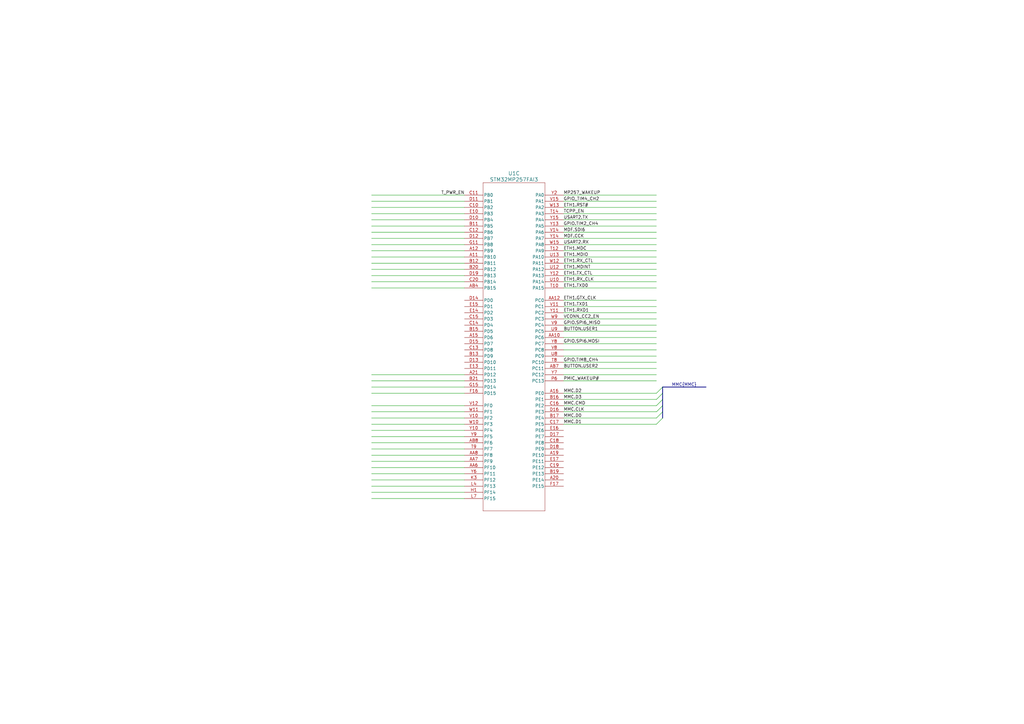
<source format=kicad_sch>
(kicad_sch (version 20250114) (generator "eeschema") (generator_version "9.0")
  (paper "A3")
  (lib_symbols
    (symbol "STM32MP257FAI3:STM32MP257FAI3" (pin_names (offset 0.254))
      (property "Reference" "U" (at 40.64 12.7 0))
      (property "Value" "STM32MP257FAI3" (at 40.64 10.16 0))
      (symbol "STM32MP257FAI3_1_1"
        (polyline (pts (xy 7.62 7.62) (xy 7.62 -119.38)) (stroke (width 0.127)))
        (polyline (pts (xy 7.62 -119.38) (xy 73.66 -119.38)) (stroke (width 0.127)))
        (polyline (pts (xy 73.66 7.62) (xy 7.62 7.62)) (stroke (width 0.127)))
        (polyline (pts (xy 73.66 -119.38) (xy 73.66 7.62)) (stroke (width 0.127)))
        (pin input line (at 0 0 0) (length 7.62) (name "BOOT0") (number "R4"))
        (pin input line (at 0 -2.54 0) (length 7.62) (name "BOOT1") (number "R3"))
        (pin input line (at 0 -5.08 0) (length 7.62) (name "BOOT2") (number "T2"))
        (pin input line (at 0 -7.62 0) (length 7.62) (name "BOOT3") (number "T1"))
        (pin input line (at 0 -12.7 0) (length 7.62) (name "JTCK_SWCLK") (number "AA1"))
        (pin input line (at 0 -15.24 0) (length 7.62) (name "JTDI") (number "AB2"))
        (pin input line (at 0 -17.78 0) (length 7.62) (name "NJTRST") (number "AA2"))
        (pin input line (at 0 -22.86 0) (length 7.62) (name "OSC_IN") (number "V3"))
        (pin input line (at 0 -27.94 0) (length 7.62) (name "OSC32_IN") (number "R1"))
        (pin input line (at 0 -33.02 0) (length 7.62) (name "PCIE_CLKINN") (number "AA18"))
        (pin input line (at 0 -35.56 0) (length 7.62) (name "PCIE_CLKINP") (number "Y18"))
        (pin input line (at 0 -40.64 0) (length 7.62) (name "PDR_ON") (number "T7"))
        (pin unspecified line (at 0 -45.72 0) (length 7.62) (name "ANA0") (number "V5"))
        (pin unspecified line (at 0 -50.8 0) (length 7.62) (name "COMBOPHY_REXT") (number "Y20"))
        (pin unspecified line (at 0 -53.34 0) (length 7.62) (name "COMBOPHY_RX1N") (number "AB20"))
        (pin unspecified line (at 0 -55.88 0) (length 7.62) (name "COMBOPHY_RX1P") (number "AA20"))
        (pin unspecified line (at 0 -58.42 0) (length 7.62) (name "COMBOPHY_TX1N") (number "AB19"))
        (pin unspecified line (at 0 -60.96 0) (length 7.62) (name "COMBOPHY_TX1P") (number "AA19"))
        (pin unspecified line (at 0 -66.04 0) (length 7.62) (name "CSI_CKN") (number "D6"))
        (pin unspecified line (at 0 -68.58 0) (length 7.62) (name "CSI_CKP") (number "C6"))
        (pin unspecified line (at 0 -71.12 0) (length 7.62) (name "CSI_REXT") (number "E6"))
        (pin unspecified line (at 0 -76.2 0) (length 7.62) (name "CSI_D0N") (number "B5"))
        (pin unspecified line (at 0 -78.74 0) (length 7.62) (name "CSI_D0P") (number "C5"))
        (pin unspecified line (at 0 -81.28 0) (length 7.62) (name "CSI_D1N") (number "E7"))
        (pin unspecified line (at 0 -83.82 0) (length 7.62) (name "CSI_D1P") (number "D7"))
        (pin output line (at 81.28 2.54 180) (length 7.62) (name "DDR_A0") (number "M16"))
        (pin output line (at 81.28 0 180) (length 7.62) (name "DDR_A1") (number "U18"))
        (pin output line (at 81.28 -2.54 180) (length 7.62) (name "DDR_A2") (number "N16"))
        (pin output line (at 81.28 -5.08 180) (length 7.62) (name "DDR_A3") (number "M17"))
        (pin output line (at 81.28 -7.62 180) (length 7.62) (name "DDR_A4") (number "N19"))
        (pin output line (at 81.28 -10.16 180) (length 7.62) (name "DDR_A5") (number "M19"))
        (pin output line (at 81.28 -12.7 180) (length 7.62) (name "DDR_A6") (number "T18"))
        (pin output line (at 81.28 -15.24 180) (length 7.62) (name "DDR_A7") (number "U19"))
        (pin output line (at 81.28 -17.78 180) (length 7.62) (name "DDR_A8") (number "P19"))
        (pin output line (at 81.28 -20.32 180) (length 7.62) (name "DDR_A9") (number "P18"))
        (pin output line (at 81.28 -22.86 180) (length 7.62) (name "DDR_A10") (number "N18"))
        (pin output line (at 81.28 -25.4 180) (length 7.62) (name "DDR_A11") (number "N17"))
        (pin output line (at 81.28 -27.94 180) (length 7.62) (name "DDR_A12") (number "K19"))
        (pin output line (at 81.28 -30.48 180) (length 7.62) (name "DDR_A13") (number "K18"))
        (pin output line (at 81.28 -33.02 180) (length 7.62) (name "DDR_A14") (number "L18"))
        (pin output line (at 81.28 -35.56 180) (length 7.62) (name "DDR_A15") (number "L17"))
        (pin output line (at 81.28 -38.1 180) (length 7.62) (name "DDR_A16") (number "J18"))
        (pin output line (at 81.28 -40.64 180) (length 7.62) (name "DDR_A17") (number "H18"))
        (pin output line (at 81.28 -43.18 180) (length 7.62) (name "DDR_A18") (number "H19"))
        (pin output line (at 81.28 -45.72 180) (length 7.62) (name "DDR_A19") (number "K17"))
        (pin output line (at 81.28 -48.26 180) (length 7.62) (name "DDR_A20") (number "G18"))
        (pin output line (at 81.28 -50.8 180) (length 7.62) (name "DDR_A21") (number "J19"))
        (pin output line (at 81.28 -53.34 180) (length 7.62) (name "DDR_A22") (number "H17"))
        (pin output line (at 81.28 -55.88 180) (length 7.62) (name "DDR_A23") (number "J17"))
        (pin output line (at 81.28 -58.42 180) (length 7.62) (name "DDR_A25") (number "R17"))
        (pin output line (at 81.28 -60.96 180) (length 7.62) (name "DDR_A26") (number "R19"))
        (pin output line (at 81.28 -63.5 180) (length 7.62) (name "DDR_A27") (number "R18"))
        (pin output line (at 81.28 -66.04 180) (length 7.62) (name "DDR_A28") (number "M18"))
        (pin output line (at 81.28 -68.58 180) (length 7.62) (name "DDR_A29") (number "T19"))
        (pin output line (at 81.28 -71.12 180) (length 7.62) (name "DDR_A30") (number "P17"))
        (pin output line (at 81.28 -73.66 180) (length 7.62) (name "DDR_A31") (number "P16"))
        (pin output line (at 81.28 -76.2 180) (length 7.62) (name "DDR_DQM0") (number "W21"))
        (pin output line (at 81.28 -78.74 180) (length 7.62) (name "DDR_DQM1") (number "P20"))
        (pin output line (at 81.28 -81.28 180) (length 7.62) (name "DDR_DQM2") (number "E21"))
        (pin output line (at 81.28 -83.82 180) (length 7.62) (name "DDR_DQM3") (number "H20"))
        (pin output line (at 81.28 -86.36 180) (length 7.62) (name "DDR_RESETN") (number "F18"))
        (pin output line (at 81.28 -91.44 180) (length 7.62) (name "JTDO-TRACESWO") (number "W1"))
        (pin output line (at 81.28 -96.52 180) (length 7.62) (name "NRSTC1MS") (number "T3"))
        (pin output line (at 81.28 -101.6 180) (length 7.62) (name "OSC_OUT") (number "V2"))
        (pin output line (at 81.28 -106.68 180) (length 7.62) (name "OSC32_OUT") (number "R2"))
        (pin output line (at 81.28 -111.76 180) (length 7.62) (name "PCIE_CLKOUTN") (number "AB21"))
        (pin output line (at 81.28 -114.3 180) (length 7.62) (name "PCIE_CLKOUTP") (number "AA21"))
      )
      (symbol "STM32MP257FAI3_2_1"
        (polyline (pts (xy 7.62 7.62) (xy 7.62 -111.76)) (stroke (width 0.127)))
        (polyline (pts (xy 7.62 -111.76) (xy 58.42 -111.76)) (stroke (width 0.127)))
        (polyline (pts (xy 58.42 7.62) (xy 7.62 7.62)) (stroke (width 0.127)))
        (polyline (pts (xy 58.42 -111.76) (xy 58.42 7.62)) (stroke (width 0.127)))
        (pin bidirectional line (at 0 0 0) (length 7.62) (name "DDR_DQ0") (number "W22"))
        (pin bidirectional line (at 0 -2.54 0) (length 7.62) (name "DDR_DQ1") (number "Y21"))
        (pin bidirectional line (at 0 -5.08 0) (length 7.62) (name "DDR_DQ2") (number "Y22"))
        (pin bidirectional line (at 0 -7.62 0) (length 7.62) (name "DDR_DQ3") (number "AA22"))
        (pin bidirectional line (at 0 -10.16 0) (length 7.62) (name "DDR_DQ4") (number "T21"))
        (pin bidirectional line (at 0 -12.7 0) (length 7.62) (name "DDR_DQ5") (number "T20"))
        (pin bidirectional line (at 0 -15.24 0) (length 7.62) (name "DDR_DQ6") (number "U21"))
        (pin bidirectional line (at 0 -17.78 0) (length 7.62) (name "DDR_DQ7") (number "U20"))
        (pin bidirectional line (at 0 -20.32 0) (length 7.62) (name "DDR_DQ8") (number "M21"))
        (pin bidirectional line (at 0 -22.86 0) (length 7.62) (name "DDR_DQ9") (number "M22"))
        (pin bidirectional line (at 0 -25.4 0) (length 7.62) (name "DDR_DQ10") (number "L21"))
        (pin bidirectional line (at 0 -27.94 0) (length 7.62) (name "DDR_DQ11") (number "L22"))
        (pin bidirectional line (at 0 -30.48 0) (length 7.62) (name "DDR_DQ12") (number "T22"))
        (pin bidirectional line (at 0 -33.02 0) (length 7.62) (name "DDR_DQ13") (number "R20"))
        (pin bidirectional line (at 0 -35.56 0) (length 7.62) (name "DDR_DQ14") (number "R21"))
        (pin bidirectional line (at 0 -38.1 0) (length 7.62) (name "DDR_DQ15") (number "R22"))
        (pin bidirectional line (at 0 -40.64 0) (length 7.62) (name "DDR_DQ16") (number "D20"))
        (pin bidirectional line (at 0 -43.18 0) (length 7.62) (name "DDR_DQ17") (number "C22"))
        (pin bidirectional line (at 0 -45.72 0) (length 7.62) (name "DDR_DQ18") (number "C21"))
        (pin bidirectional line (at 0 -48.26 0) (length 7.62) (name "DDR_DQ19") (number "B22"))
        (pin bidirectional line (at 0 -50.8 0) (length 7.62) (name "DDR_DQ20") (number "F20"))
        (pin bidirectional line (at 0 -53.34 0) (length 7.62) (name "DDR_DQ21") (number "F19"))
        (pin bidirectional line (at 0 -55.88 0) (length 7.62) (name "DDR_DQ22") (number "E19"))
        (pin bidirectional line (at 0 -58.42 0) (length 7.62) (name "DDR_DQ23") (number "E20"))
        (pin bidirectional line (at 0 -60.96 0) (length 7.62) (name "DDR_DQ24") (number "G19"))
        (pin bidirectional line (at 0 -63.5 0) (length 7.62) (name "DDR_DQ25") (number "G22"))
        (pin bidirectional line (at 0 -66.04 0) (length 7.62) (name "DDR_DQ26") (number "G21"))
        (pin bidirectional line (at 0 -68.58 0) (length 7.62) (name "DDR_DQ27") (number "G20"))
        (pin bidirectional line (at 0 -71.12 0) (length 7.62) (name "DDR_DQ28") (number "J21"))
        (pin bidirectional line (at 0 -73.66 0) (length 7.62) (name "DDR_DQ29") (number "J20"))
        (pin bidirectional line (at 0 -76.2 0) (length 7.62) (name "DDR_DQ30") (number "K20"))
        (pin bidirectional line (at 0 -78.74 0) (length 7.62) (name "DDR_DQ31") (number "L19"))
        (pin bidirectional line (at 0 -81.28 0) (length 7.62) (name "DDR_DQS0N") (number "W20"))
        (pin bidirectional line (at 0 -83.82 0) (length 7.62) (name "DDR_DQS0P") (number "V20"))
        (pin bidirectional line (at 0 -86.36 0) (length 7.62) (name "DDR_DQS1N") (number "N21"))
        (pin bidirectional line (at 0 -88.9 0) (length 7.62) (name "DDR_DQS1P") (number "N20"))
        (pin bidirectional line (at 0 -91.44 0) (length 7.62) (name "DDR_DQS2N") (number "D22"))
        (pin bidirectional line (at 0 -93.98 0) (length 7.62) (name "DDR_DQS2P") (number "D21"))
        (pin bidirectional line (at 0 -96.52 0) (length 7.62) (name "DDR_DQS3N") (number "H21"))
        (pin bidirectional line (at 0 -99.06 0) (length 7.62) (name "DDR_DQS3P") (number "H22"))
        (pin unspecified line (at 0 -101.6 0) (length 7.62) (name "DDR_ZQ") (number "K16"))
        (pin unspecified line (at 0 -104.14 0) (length 7.62) (name "DNU") (number "U16"))
        (pin bidirectional line (at 0 -106.68 0) (length 7.62) (name "JTMS_SWDIO") (number "Y1"))
        (pin output line (at 66.04 0 180) (length 7.62) (name "PWR_CPU_ON") (number "T6"))
        (pin output line (at 66.04 -2.54 180) (length 7.62) (name "PWR_LP") (number "U4"))
        (pin output line (at 66.04 -5.08 180) (length 7.62) (name "PWR_ON") (number "T5"))
        (pin unspecified line (at 66.04 -10.16 180) (length 7.62) (name "DSI_CKN") (number "B8"))
        (pin unspecified line (at 66.04 -12.7 180) (length 7.62) (name "DSI_CKP") (number "A8"))
        (pin unspecified line (at 66.04 -15.24 180) (length 7.62) (name "DSI_REXT") (number "E8"))
        (pin unspecified line (at 66.04 -20.32 180) (length 7.62) (name "DSI_D0N") (number "B9"))
        (pin unspecified line (at 66.04 -22.86 180) (length 7.62) (name "DSI_D0P") (number "C9"))
        (pin unspecified line (at 66.04 -25.4 180) (length 7.62) (name "DSI_D1N") (number "E9"))
        (pin unspecified line (at 66.04 -27.94 180) (length 7.62) (name "DSI_D1P") (number "D9"))
        (pin unspecified line (at 66.04 -30.48 180) (length 7.62) (name "DSI_D2N") (number "D8"))
        (pin unspecified line (at 66.04 -33.02 180) (length 7.62) (name "DSI_D2P") (number "C8"))
        (pin unspecified line (at 66.04 -35.56 180) (length 7.62) (name "DSI_D3N") (number "B7"))
        (pin unspecified line (at 66.04 -38.1 180) (length 7.62) (name "DSI_D3P") (number "A7"))
        (pin unspecified line (at 66.04 -43.18 180) (length 7.62) (name "EPAD") (number "R12"))
        (pin unspecified line (at 66.04 -45.72 180) (length 7.62) (name "EPAD") (number "V6"))
        (pin unspecified line (at 66.04 -48.26 180) (length 7.62) (name "EPAD") (number "V16"))
        (pin unspecified line (at 66.04 -53.34 180) (length 7.62) (name "LVDS1_D0N") (number "D3"))
        (pin unspecified line (at 66.04 -55.88 180) (length 7.62) (name "LVDS1_D0P") (number "D4"))
        (pin unspecified line (at 66.04 -58.42 180) (length 7.62) (name "LVDS1_D1N") (number "D1"))
        (pin unspecified line (at 66.04 -60.96 180) (length 7.62) (name "LVDS1_D1P") (number "D2"))
        (pin unspecified line (at 66.04 -63.5 180) (length 7.62) (name "LVDS1_D2N") (number "E4"))
        (pin unspecified line (at 66.04 -66.04 180) (length 7.62) (name "LVDS1_D2P") (number "E3"))
        (pin unspecified line (at 66.04 -68.58 180) (length 7.62) (name "LVDS1_D3N") (number "F3"))
        (pin unspecified line (at 66.04 -71.12 180) (length 7.62) (name "LVDS1_D3P") (number "F2"))
        (pin unspecified line (at 66.04 -73.66 180) (length 7.62) (name "LVDS1_D4N") (number "F5"))
        (pin unspecified line (at 66.04 -76.2 180) (length 7.62) (name "LVDS1_D4P") (number "F4"))
        (pin unspecified line (at 66.04 -78.74 180) (length 7.62) (name "LVDS2_D0N") (number "B4"))
        (pin unspecified line (at 66.04 -81.28 180) (length 7.62) (name "LVDS2_D0P") (number "A4"))
        (pin unspecified line (at 66.04 -83.82 180) (length 7.62) (name "LVDS2_D1N") (number "A3"))
        (pin unspecified line (at 66.04 -86.36 180) (length 7.62) (name "LVDS2_D1P") (number "A2"))
        (pin unspecified line (at 66.04 -88.9 180) (length 7.62) (name "LVDS2_D2N") (number "B3"))
        (pin unspecified line (at 66.04 -91.44 180) (length 7.62) (name "LVDS2_D2P") (number "C3"))
        (pin unspecified line (at 66.04 -93.98 180) (length 7.62) (name "LVDS2_D3N") (number "C2"))
        (pin unspecified line (at 66.04 -96.52 180) (length 7.62) (name "LVDS2_D3P") (number "C1"))
        (pin unspecified line (at 66.04 -99.06 180) (length 7.62) (name "LVDS2_D4N") (number "B2"))
        (pin unspecified line (at 66.04 -101.6 180) (length 7.62) (name "LVDS2_D4P") (number "B1"))
        (pin bidirectional line (at 66.04 -106.68 180) (length 7.62) (name "NRST") (number "U3"))
      )
      (symbol "STM32MP257FAI3_3_1"
        (polyline (pts (xy 7.62 5.08) (xy 7.62 -129.54)) (stroke (width 0.127)))
        (polyline (pts (xy 7.62 -129.54) (xy 33.02 -129.54)) (stroke (width 0.127)))
        (polyline (pts (xy 33.02 5.08) (xy 7.62 5.08)) (stroke (width 0.127)))
        (polyline (pts (xy 33.02 -129.54) (xy 33.02 5.08)) (stroke (width 0.127)))
        (pin bidirectional line (at 0 0 0) (length 7.62) (name "PB0") (number "C11"))
        (pin bidirectional line (at 0 -2.54 0) (length 7.62) (name "PB1") (number "D11"))
        (pin bidirectional line (at 0 -5.08 0) (length 7.62) (name "PB2") (number "C10"))
        (pin bidirectional line (at 0 -7.62 0) (length 7.62) (name "PB3") (number "E10"))
        (pin bidirectional line (at 0 -10.16 0) (length 7.62) (name "PB4") (number "D10"))
        (pin bidirectional line (at 0 -12.7 0) (length 7.62) (name "PB5") (number "B11"))
        (pin bidirectional line (at 0 -15.24 0) (length 7.62) (name "PB6") (number "C12"))
        (pin bidirectional line (at 0 -17.78 0) (length 7.62) (name "PB7") (number "D12"))
        (pin bidirectional line (at 0 -20.32 0) (length 7.62) (name "PB8") (number "G11"))
        (pin bidirectional line (at 0 -22.86 0) (length 7.62) (name "PB9") (number "A12"))
        (pin bidirectional line (at 0 -25.4 0) (length 7.62) (name "PB10") (number "A11"))
        (pin bidirectional line (at 0 -27.94 0) (length 7.62) (name "PB11") (number "B12"))
        (pin bidirectional line (at 0 -30.48 0) (length 7.62) (name "PB12") (number "B20"))
        (pin bidirectional line (at 0 -33.02 0) (length 7.62) (name "PB13") (number "D19"))
        (pin bidirectional line (at 0 -35.56 0) (length 7.62) (name "PB14") (number "C20"))
        (pin bidirectional line (at 0 -38.1 0) (length 7.62) (name "PB15") (number "AB4"))
        (pin bidirectional line (at 0 -43.18 0) (length 7.62) (name "PD0") (number "D14"))
        (pin bidirectional line (at 0 -45.72 0) (length 7.62) (name "PD1") (number "E15"))
        (pin bidirectional line (at 0 -48.26 0) (length 7.62) (name "PD2") (number "E14"))
        (pin bidirectional line (at 0 -50.8 0) (length 7.62) (name "PD3") (number "C15"))
        (pin bidirectional line (at 0 -53.34 0) (length 7.62) (name "PD4") (number "C14"))
        (pin bidirectional line (at 0 -55.88 0) (length 7.62) (name "PD5") (number "B15"))
        (pin bidirectional line (at 0 -58.42 0) (length 7.62) (name "PD6") (number "A15"))
        (pin bidirectional line (at 0 -60.96 0) (length 7.62) (name "PD7") (number "D15"))
        (pin bidirectional line (at 0 -63.5 0) (length 7.62) (name "PD8") (number "C13"))
        (pin bidirectional line (at 0 -66.04 0) (length 7.62) (name "PD9") (number "B13"))
        (pin bidirectional line (at 0 -68.58 0) (length 7.62) (name "PD10") (number "D13"))
        (pin bidirectional line (at 0 -71.12 0) (length 7.62) (name "PD11") (number "E13"))
        (pin bidirectional line (at 0 -73.66 0) (length 7.62) (name "PD12") (number "A21"))
        (pin bidirectional line (at 0 -76.2 0) (length 7.62) (name "PD13") (number "B21"))
        (pin bidirectional line (at 0 -78.74 0) (length 7.62) (name "PD14") (number "G15"))
        (pin bidirectional line (at 0 -81.28 0) (length 7.62) (name "PD15") (number "F16"))
        (pin bidirectional line (at 0 -86.36 0) (length 7.62) (name "PF0") (number "V12"))
        (pin bidirectional line (at 0 -88.9 0) (length 7.62) (name "PF1") (number "W11"))
        (pin bidirectional line (at 0 -91.44 0) (length 7.62) (name "PF2") (number "V10"))
        (pin bidirectional line (at 0 -93.98 0) (length 7.62) (name "PF3") (number "W10"))
        (pin bidirectional line (at 0 -96.52 0) (length 7.62) (name "PF4") (number "Y10"))
        (pin bidirectional line (at 0 -99.06 0) (length 7.62) (name "PF5") (number "Y9"))
        (pin bidirectional line (at 0 -101.6 0) (length 7.62) (name "PF6") (number "AB8"))
        (pin bidirectional line (at 0 -104.14 0) (length 7.62) (name "PF7") (number "T9"))
        (pin bidirectional line (at 0 -106.68 0) (length 7.62) (name "PF8") (number "AA8"))
        (pin bidirectional line (at 0 -109.22 0) (length 7.62) (name "PF9") (number "AA7"))
        (pin bidirectional line (at 0 -111.76 0) (length 7.62) (name "PF10") (number "AA6"))
        (pin bidirectional line (at 0 -114.3 0) (length 7.62) (name "PF11") (number "Y6"))
        (pin bidirectional line (at 0 -116.84 0) (length 7.62) (name "PF12") (number "K3"))
        (pin bidirectional line (at 0 -119.38 0) (length 7.62) (name "PF13") (number "L4"))
        (pin bidirectional line (at 0 -121.92 0) (length 7.62) (name "PF14") (number "H1"))
        (pin bidirectional line (at 0 -124.46 0) (length 7.62) (name "PF15") (number "L7"))
        (pin bidirectional line (at 40.64 0 180) (length 7.62) (name "PA0") (number "Y2"))
        (pin bidirectional line (at 40.64 -2.54 180) (length 7.62) (name "PA1") (number "V15"))
        (pin bidirectional line (at 40.64 -5.08 180) (length 7.62) (name "PA2") (number "W13"))
        (pin bidirectional line (at 40.64 -7.62 180) (length 7.62) (name "PA3") (number "T14"))
        (pin bidirectional line (at 40.64 -10.16 180) (length 7.62) (name "PA4") (number "Y15"))
        (pin bidirectional line (at 40.64 -12.7 180) (length 7.62) (name "PA5") (number "Y13"))
        (pin bidirectional line (at 40.64 -15.24 180) (length 7.62) (name "PA6") (number "V14"))
        (pin bidirectional line (at 40.64 -17.78 180) (length 7.62) (name "PA7") (number "Y14"))
        (pin bidirectional line (at 40.64 -20.32 180) (length 7.62) (name "PA8") (number "W15"))
        (pin bidirectional line (at 40.64 -22.86 180) (length 7.62) (name "PA9") (number "T12"))
        (pin bidirectional line (at 40.64 -25.4 180) (length 7.62) (name "PA10") (number "U13"))
        (pin bidirectional line (at 40.64 -27.94 180) (length 7.62) (name "PA11") (number "W12"))
        (pin bidirectional line (at 40.64 -30.48 180) (length 7.62) (name "PA12") (number "U12"))
        (pin bidirectional line (at 40.64 -33.02 180) (length 7.62) (name "PA13") (number "Y12"))
        (pin bidirectional line (at 40.64 -35.56 180) (length 7.62) (name "PA14") (number "U10"))
        (pin bidirectional line (at 40.64 -38.1 180) (length 7.62) (name "PA15") (number "T10"))
        (pin bidirectional line (at 40.64 -43.18 180) (length 7.62) (name "PC0") (number "AA12"))
        (pin bidirectional line (at 40.64 -45.72 180) (length 7.62) (name "PC1") (number "V11"))
        (pin bidirectional line (at 40.64 -48.26 180) (length 7.62) (name "PC2") (number "Y11"))
        (pin bidirectional line (at 40.64 -50.8 180) (length 7.62) (name "PC3") (number "W9"))
        (pin bidirectional line (at 40.64 -53.34 180) (length 7.62) (name "PC4") (number "V9"))
        (pin bidirectional line (at 40.64 -55.88 180) (length 7.62) (name "PC5") (number "U9"))
        (pin bidirectional line (at 40.64 -58.42 180) (length 7.62) (name "PC6") (number "AA10"))
        (pin bidirectional line (at 40.64 -60.96 180) (length 7.62) (name "PC7") (number "Y8"))
        (pin bidirectional line (at 40.64 -63.5 180) (length 7.62) (name "PC8") (number "V8"))
        (pin bidirectional line (at 40.64 -66.04 180) (length 7.62) (name "PC9") (number "U8"))
        (pin bidirectional line (at 40.64 -68.58 180) (length 7.62) (name "PC10") (number "T8"))
        (pin bidirectional line (at 40.64 -71.12 180) (length 7.62) (name "PC11") (number "AB7"))
        (pin bidirectional line (at 40.64 -73.66 180) (length 7.62) (name "PC12") (number "Y7"))
        (pin bidirectional line (at 40.64 -76.2 180) (length 7.62) (name "PC13") (number "P6"))
        (pin bidirectional line (at 40.64 -81.28 180) (length 7.62) (name "PE0") (number "A16"))
        (pin bidirectional line (at 40.64 -83.82 180) (length 7.62) (name "PE1") (number "B16"))
        (pin bidirectional line (at 40.64 -86.36 180) (length 7.62) (name "PE2") (number "C16"))
        (pin bidirectional line (at 40.64 -88.9 180) (length 7.62) (name "PE3") (number "D16"))
        (pin bidirectional line (at 40.64 -91.44 180) (length 7.62) (name "PE4") (number "B17"))
        (pin bidirectional line (at 40.64 -93.98 180) (length 7.62) (name "PE5") (number "C17"))
        (pin bidirectional line (at 40.64 -96.52 180) (length 7.62) (name "PE6") (number "E16"))
        (pin bidirectional line (at 40.64 -99.06 180) (length 7.62) (name "PE7") (number "D17"))
        (pin bidirectional line (at 40.64 -101.6 180) (length 7.62) (name "PE8") (number "C18"))
        (pin bidirectional line (at 40.64 -104.14 180) (length 7.62) (name "PE9") (number "D18"))
        (pin bidirectional line (at 40.64 -106.68 180) (length 7.62) (name "PE10") (number "A19"))
        (pin bidirectional line (at 40.64 -109.22 180) (length 7.62) (name "PE11") (number "E17"))
        (pin bidirectional line (at 40.64 -111.76 180) (length 7.62) (name "PE12") (number "C19"))
        (pin bidirectional line (at 40.64 -114.3 180) (length 7.62) (name "PE13") (number "B19"))
        (pin bidirectional line (at 40.64 -116.84 180) (length 7.62) (name "PE14") (number "A20"))
        (pin bidirectional line (at 40.64 -119.38 180) (length 7.62) (name "PE15") (number "F17"))
      )
      (symbol "STM32MP257FAI3_4_1"
        (polyline (pts (xy 7.62 5.08) (xy 7.62 -124.46)) (stroke (width 0.127)))
        (polyline (pts (xy 7.62 -124.46) (xy 78.74 -124.46)) (stroke (width 0.127)))
        (polyline (pts (xy 78.74 5.08) (xy 7.62 5.08)) (stroke (width 0.127)))
        (polyline (pts (xy 78.74 -124.46) (xy 78.74 5.08)) (stroke (width 0.127)))
        (pin bidirectional line (at 0 0 0) (length 7.62) (name "PH2") (number "V13"))
        (pin bidirectional line (at 0 -2.54 0) (length 7.62) (name "PH3") (number "W14"))
        (pin bidirectional line (at 0 -5.08 0) (length 7.62) (name "PH4") (number "AB15"))
        (pin bidirectional line (at 0 -7.62 0) (length 7.62) (name "PH5") (number "AA15"))
        (pin bidirectional line (at 0 -10.16 0) (length 7.62) (name "PH6") (number "AA14"))
        (pin bidirectional line (at 0 -12.7 0) (length 7.62) (name "PH7") (number "T13"))
        (pin bidirectional line (at 0 -15.24 0) (length 7.62) (name "PH8") (number "U14"))
        (pin bidirectional line (at 0 -17.78 0) (length 7.62) (name "PH9") (number "AB12"))
        (pin bidirectional line (at 0 -20.32 0) (length 7.62) (name "PH10") (number "U11"))
        (pin bidirectional line (at 0 -22.86 0) (length 7.62) (name "PH11") (number "T11"))
        (pin bidirectional line (at 0 -25.4 0) (length 7.62) (name "PH12") (number "AA11"))
        (pin bidirectional line (at 0 -27.94 0) (length 7.62) (name "PH13") (number "AB11"))
        (pin bidirectional line (at 0 -33.02 0) (length 7.62) (name "PI0") (number "G5"))
        (pin bidirectional line (at 0 -35.56 0) (length 7.62) (name "PI1") (number "H6"))
        (pin bidirectional line (at 0 -38.1 0) (length 7.62) (name "PI2") (number "J5"))
        (pin bidirectional line (at 0 -40.64 0) (length 7.62) (name "PI3") (number "J6"))
        (pin bidirectional line (at 0 -43.18 0) (length 7.62) (name "PI4") (number "K6"))
        (pin bidirectional line (at 0 -45.72 0) (length 7.62) (name "PI5") (number "H5"))
        (pin bidirectional line (at 0 -48.26 0) (length 7.62) (name "PI6") (number "J7"))
        (pin bidirectional line (at 0 -50.8 0) (length 7.62) (name "PI7") (number "L6"))
        (pin bidirectional line (at 0 -53.34 0) (length 7.62) (name "PI8") (number "M6"))
        (pin bidirectional line (at 0 -55.88 0) (length 7.62) (name "PI9") (number "K7"))
        (pin bidirectional line (at 0 -58.42 0) (length 7.62) (name "PI10") (number "G16"))
        (pin bidirectional line (at 0 -60.96 0) (length 7.62) (name "PI11") (number "E18"))
        (pin bidirectional line (at 0 -63.5 0) (length 7.62) (name "PI12") (number "G1"))
        (pin bidirectional line (at 0 -66.04 0) (length 7.62) (name "PI13") (number "G2"))
        (pin bidirectional line (at 0 -68.58 0) (length 7.62) (name "PI14") (number "G13"))
        (pin bidirectional line (at 0 -71.12 0) (length 7.62) (name "PI15") (number "E11"))
        (pin bidirectional line (at 0 -76.2 0) (length 7.62) (name "PK0") (number "F12"))
        (pin bidirectional line (at 0 -78.74 0) (length 7.62) (name "PK1") (number "E12"))
        (pin bidirectional line (at 0 -81.28 0) (length 7.62) (name "PK2") (number "F13"))
        (pin bidirectional line (at 0 -83.82 0) (length 7.62) (name "PK3") (number "F15"))
        (pin bidirectional line (at 0 -86.36 0) (length 7.62) (name "PK4") (number "F11"))
        (pin bidirectional line (at 0 -88.9 0) (length 7.62) (name "PK5") (number "F14"))
        (pin bidirectional line (at 0 -91.44 0) (length 7.62) (name "PK6") (number "G12"))
        (pin bidirectional line (at 0 -93.98 0) (length 7.62) (name "PK7") (number "G14"))
        (pin unspecified line (at 0 -99.06 0) (length 7.62) (name "UCPD1_CC1") (number "T15"))
        (pin unspecified line (at 0 -101.6 0) (length 7.62) (name "UCPD1_CC2") (number "T17"))
        (pin unspecified line (at 0 -106.68 0) (length 7.62) (name "USB3DR_DM") (number "Y17"))
        (pin unspecified line (at 0 -109.22 0) (length 7.62) (name "USB3DR_DP") (number "W17"))
        (pin unspecified line (at 0 -111.76 0) (length 7.62) (name "USB3DR_TXRTUNE") (number "V17"))
        (pin bidirectional line (at 86.36 0 180) (length 7.62) (name "PG0") (number "W7"))
        (pin bidirectional line (at 86.36 -2.54 180) (length 7.62) (name "PG1") (number "W6"))
        (pin bidirectional line (at 86.36 -5.08 180) (length 7.62) (name "PG2") (number "Y4"))
        (pin bidirectional line (at 86.36 -7.62 180) (length 7.62) (name "PG3") (number "W4"))
        (pin bidirectional line (at 86.36 -10.16 180) (length 7.62) (name "PG4") (number "AA4"))
        (pin bidirectional line (at 86.36 -12.7 180) (length 7.62) (name "PG5") (number "L1"))
        (pin bidirectional line (at 86.36 -15.24 180) (length 7.62) (name "PG6") (number "H2"))
        (pin bidirectional line (at 86.36 -17.78 180) (length 7.62) (name "PG7") (number "K4"))
        (pin bidirectional line (at 86.36 -20.32 180) (length 7.62) (name "PG8") (number "L5"))
        (pin bidirectional line (at 86.36 -22.86 180) (length 7.62) (name "PG9") (number "G3"))
        (pin bidirectional line (at 86.36 -25.4 180) (length 7.62) (name "PG10") (number "H3"))
        (pin bidirectional line (at 86.36 -27.94 180) (length 7.62) (name "PG11") (number "J4"))
        (pin bidirectional line (at 86.36 -30.48 180) (length 7.62) (name "PG12") (number "J3"))
        (pin bidirectional line (at 86.36 -33.02 180) (length 7.62) (name "PG13") (number "K5"))
        (pin bidirectional line (at 86.36 -35.56 180) (length 7.62) (name "PG14") (number "G4"))
        (pin bidirectional line (at 86.36 -38.1 180) (length 7.62) (name "PG15") (number "H4"))
        (pin bidirectional line (at 86.36 -43.18 180) (length 7.62) (name "PJ0") (number "U15"))
        (pin bidirectional line (at 86.36 -45.72 180) (length 7.62) (name "PJ1") (number "Y3"))
        (pin bidirectional line (at 86.36 -48.26 180) (length 7.62) (name "PJ2") (number "AB3"))
        (pin bidirectional line (at 86.36 -50.8 180) (length 7.62) (name "PJ3") (number "AA3"))
        (pin bidirectional line (at 86.36 -53.34 180) (length 7.62) (name "PJ4") (number "W3"))
        (pin bidirectional line (at 86.36 -55.88 180) (length 7.62) (name "PJ5") (number "V4"))
        (pin bidirectional line (at 86.36 -58.42 180) (length 7.62) (name "PJ6") (number "U5"))
        (pin bidirectional line (at 86.36 -60.96 180) (length 7.62) (name "PJ7") (number "W2"))
        (pin bidirectional line (at 86.36 -63.5 180) (length 7.62) (name "PJ8") (number "M2"))
        (pin bidirectional line (at 86.36 -66.04 180) (length 7.62) (name "PJ9") (number "M1"))
        (pin bidirectional line (at 86.36 -68.58 180) (length 7.62) (name "PJ10") (number "M3"))
        (pin bidirectional line (at 86.36 -71.12 180) (length 7.62) (name "PJ11") (number "M5"))
        (pin bidirectional line (at 86.36 -73.66 180) (length 7.62) (name "PJ12") (number "L2"))
        (pin bidirectional line (at 86.36 -76.2 180) (length 7.62) (name "PJ13") (number "M4"))
        (pin bidirectional line (at 86.36 -78.74 180) (length 7.62) (name "PJ14") (number "L3"))
        (pin bidirectional line (at 86.36 -81.28 180) (length 7.62) (name "PJ15") (number "K2"))
        (pin bidirectional line (at 86.36 -86.36 180) (length 7.62) (name "PZ0") (number "N5"))
        (pin bidirectional line (at 86.36 -88.9 180) (length 7.62) (name "PZ1") (number "N6"))
        (pin bidirectional line (at 86.36 -91.44 180) (length 7.62) (name "PZ2") (number "P4"))
        (pin bidirectional line (at 86.36 -93.98 180) (length 7.62) (name "PZ3") (number "N4"))
        (pin bidirectional line (at 86.36 -96.52 180) (length 7.62) (name "PZ4") (number "R5"))
        (pin bidirectional line (at 86.36 -99.06 180) (length 7.62) (name "PZ5") (number "P5"))
        (pin bidirectional line (at 86.36 -101.6 180) (length 7.62) (name "PZ6") (number "R6"))
        (pin bidirectional line (at 86.36 -104.14 180) (length 7.62) (name "PZ7") (number "P2"))
        (pin bidirectional line (at 86.36 -106.68 180) (length 7.62) (name "PZ8") (number "P3"))
        (pin bidirectional line (at 86.36 -109.22 180) (length 7.62) (name "PZ9") (number "N3"))
        (pin unspecified line (at 86.36 -114.3 180) (length 7.62) (name "USBH_HS_DM") (number "AB16"))
        (pin unspecified line (at 86.36 -116.84 180) (length 7.62) (name "USBH_HS_DP") (number "AA16"))
        (pin unspecified line (at 86.36 -119.38 180) (length 7.62) (name "USBH_HS_TXRTUNE") (number "V18"))
      )
      (symbol "STM32MP257FAI3_5_1"
        (polyline (pts (xy 7.62 5.08) (xy 7.62 -111.76)) (stroke (width 0.127)))
        (polyline (pts (xy 7.62 -111.76) (xy 33.02 -111.76)) (stroke (width 0.127)))
        (polyline (pts (xy 33.02 5.08) (xy 7.62 5.08)) (stroke (width 0.127)))
        (polyline (pts (xy 33.02 -111.76) (xy 33.02 5.08)) (stroke (width 0.127)))
        (pin power_in line (at 0 0 0) (length 7.62) (name "DDR_VREF") (number "L20"))
        (pin power_in line (at 0 -5.08 0) (length 7.62) (name "V08CAP") (number "M8"))
        (pin power_in line (at 0 -10.16 0) (length 7.62) (name "VBAT") (number "P7"))
        (pin power_in line (at 0 -15.24 0) (length 7.62) (name "VDD") (number "M9"))
        (pin power_in line (at 0 -17.78 0) (length 7.62) (name "VDD") (number "N8"))
        (pin power_in line (at 0 -20.32 0) (length 7.62) (name "VDD") (number "P9"))
        (pin power_in line (at 0 -22.86 0) (length 7.62) (name "VDD") (number "P11"))
        (pin power_in line (at 0 -25.4 0) (length 7.62) (name "VDD") (number "R8"))
        (pin power_in line (at 0 -27.94 0) (length 7.62) (name "VDD") (number "R10"))
        (pin power_in line (at 0 -30.48 0) (length 7.62) (name "VDDCORE") (number "H7"))
        (pin power_in line (at 0 -33.02 0) (length 7.62) (name "VDDCORE") (number "H9"))
        (pin power_in line (at 0 -35.56 0) (length 7.62) (name "VDDCORE") (number "J8"))
        (pin power_in line (at 0 -38.1 0) (length 7.62) (name "VDDCORE") (number "J10"))
        (pin power_in line (at 0 -40.64 0) (length 7.62) (name "VDDCORE") (number "K9"))
        (pin power_in line (at 0 -43.18 0) (length 7.62) (name "VDDCORE") (number "K11"))
        (pin power_in line (at 0 -45.72 0) (length 7.62) (name "VDDCORE") (number "L10"))
        (pin power_in line (at 0 -48.26 0) (length 7.62) (name "VDDCPU") (number "H11"))
        (pin power_in line (at 0 -50.8 0) (length 7.62) (name "VDDCPU") (number "H13"))
        (pin power_in line (at 0 -53.34 0) (length 7.62) (name "VDDCPU") (number "H15"))
        (pin power_in line (at 0 -55.88 0) (length 7.62) (name "VDDCPU") (number "J12"))
        (pin power_in line (at 0 -58.42 0) (length 7.62) (name "VDDCPU") (number "J14"))
        (pin power_in line (at 0 -60.96 0) (length 7.62) (name "VDDCPU") (number "K13"))
        (pin power_in line (at 0 -63.5 0) (length 7.62) (name "VDDCPU") (number "L12"))
        (pin power_in line (at 0 -66.04 0) (length 7.62) (name "VDDGPU") (number "M11"))
        (pin power_in line (at 0 -68.58 0) (length 7.62) (name "VDDGPU") (number "M13"))
        (pin power_in line (at 0 -71.12 0) (length 7.62) (name "VDDGPU") (number "N10"))
        (pin power_in line (at 0 -73.66 0) (length 7.62) (name "VDDGPU") (number "N12"))
        (pin power_in line (at 0 -76.2 0) (length 7.62) (name "VDDGPU") (number "P13"))
        (pin power_in line (at 0 -78.74 0) (length 7.62) (name "VDDIO3") (number "F8"))
        (pin power_in line (at 0 -81.28 0) (length 7.62) (name "VDDIO3") (number "F9"))
        (pin power_in line (at 0 -83.82 0) (length 7.62) (name "VDDIO4") (number "G8"))
        (pin power_in line (at 0 -86.36 0) (length 7.62) (name "VDDIO4") (number "G9"))
        (pin power_in line (at 0 -88.9 0) (length 7.62) (name "VDDQDDR") (number "K15"))
        (pin power_in line (at 0 -91.44 0) (length 7.62) (name "VDDQDDR") (number "L14"))
        (pin power_in line (at 0 -93.98 0) (length 7.62) (name "VDDQDDR") (number "L16"))
        (pin power_in line (at 0 -96.52 0) (length 7.62) (name "VDDQDDR") (number "M15"))
        (pin power_in line (at 0 -99.06 0) (length 7.62) (name "VDDQDDR") (number "N14"))
        (pin power_in line (at 0 -101.6 0) (length 7.62) (name "VDDQDDR") (number "P15"))
        (pin power_in line (at 0 -104.14 0) (length 7.62) (name "VDDQDDR") (number "R14"))
        (pin power_in line (at 0 -106.68 0) (length 7.62) (name "VDDQDDR") (number "R16"))
      )
      (symbol "STM32MP257FAI3_6_1"
        (polyline (pts (xy 7.62 5.08) (xy 7.62 -60.96)) (stroke (width 0.127)))
        (polyline (pts (xy 7.62 -60.96) (xy 43.18 -60.96)) (stroke (width 0.127)))
        (polyline (pts (xy 43.18 5.08) (xy 7.62 5.08)) (stroke (width 0.127)))
        (polyline (pts (xy 43.18 -60.96) (xy 43.18 5.08)) (stroke (width 0.127)))
        (pin power_in line (at 0 0 0) (length 7.62) (name "VDD33UCPD") (number "T16"))
        (pin power_in line (at 0 -2.54 0) (length 7.62) (name "VDD33USB") (number "Y16"))
        (pin power_in line (at 0 -5.08 0) (length 7.62) (name "VDDA18ADC") (number "V7"))
        (pin power_in line (at 0 -7.62 0) (length 7.62) (name "VDDA18AON") (number "R7"))
        (pin power_in line (at 0 -10.16 0) (length 7.62) (name "VDDA18COMBOPHY") (number "W18"))
        (pin power_in line (at 0 -12.7 0) (length 7.62) (name "VDDA18CSI") (number "F6"))
        (pin power_in line (at 0 -15.24 0) (length 7.62) (name "VDDA18DDR") (number "J16"))
        (pin power_in line (at 0 -17.78 0) (length 7.62) (name "VDDA18DSI") (number "C7"))
        (pin power_in line (at 0 -20.32 0) (length 7.62) (name "VDDA18LVDS") (number "C4"))
        (pin power_in line (at 0 -22.86 0) (length 7.62) (name "VDDA18PLL1") (number "G17"))
        (pin power_in line (at 0 -25.4 0) (length 7.62) (name "VDDA18PLL2") (number "K8"))
        (pin power_in line (at 0 -27.94 0) (length 7.62) (name "VDDA18PLL3") (number "L8"))
        (pin power_in line (at 0 -30.48 0) (length 7.62) (name "VDDA18USB") (number "U17"))
        (pin power_in line (at 0 -33.02 0) (length 7.62) (name "VDDCOMBOPHY") (number "V19"))
        (pin power_in line (at 0 -35.56 0) (length 7.62) (name "VDDCOMBOPHYTX") (number "Y19"))
        (pin power_in line (at 0 -38.1 0) (length 7.62) (name "VDDCSI") (number "D5"))
        (pin power_in line (at 0 -40.64 0) (length 7.62) (name "VDDDSI") (number "F7"))
        (pin power_in line (at 0 -43.18 0) (length 7.62) (name "VDDIO1") (number "G10"))
        (pin power_in line (at 0 -45.72 0) (length 7.62) (name "VDDIO2") (number "F10"))
        (pin power_in line (at 0 -48.26 0) (length 7.62) (name "VDDLVDS") (number "G7"))
        (pin power_in line (at 0 -53.34 0) (length 7.62) (name "VREF-") (number "W5"))
        (pin power_in line (at 0 -55.88 0) (length 7.62) (name "VREF+") (number "Y5"))
      )
      (symbol "STM32MP257FAI3_7_1"
        (polyline (pts (xy 7.62 5.08) (xy 7.62 -119.38)) (stroke (width 0.127)))
        (polyline (pts (xy 7.62 -119.38) (xy 33.02 -119.38)) (stroke (width 0.127)))
        (polyline (pts (xy 33.02 5.08) (xy 7.62 5.08)) (stroke (width 0.127)))
        (polyline (pts (xy 33.02 -119.38) (xy 33.02 5.08)) (stroke (width 0.127)))
        (pin power_in line (at 0 0 0) (length 7.62) (name "VSS") (number "A1"))
        (pin power_in line (at 0 -2.54 0) (length 7.62) (name "VSS") (number "A22"))
        (pin power_in line (at 0 -5.08 0) (length 7.62) (name "VSS") (number "AB1"))
        (pin power_in line (at 0 -7.62 0) (length 7.62) (name "VSS") (number "AB22"))
        (pin power_in line (at 0 -10.16 0) (length 7.62) (name "VSS") (number "E5"))
        (pin power_in line (at 0 -12.7 0) (length 7.62) (name "VSS") (number "G6"))
        (pin power_in line (at 0 -15.24 0) (length 7.62) (name "VSS") (number "H8"))
        (pin power_in line (at 0 -17.78 0) (length 7.62) (name "VSS") (number "H10"))
        (pin power_in line (at 0 -20.32 0) (length 7.62) (name "VSS") (number "H12"))
        (pin power_in line (at 0 -22.86 0) (length 7.62) (name "VSS") (number "H14"))
        (pin power_in line (at 0 -25.4 0) (length 7.62) (name "VSS") (number "H16"))
        (pin power_in line (at 0 -27.94 0) (length 7.62) (name "VSS") (number "J9"))
        (pin power_in line (at 0 -30.48 0) (length 7.62) (name "VSS") (number "J11"))
        (pin power_in line (at 0 -33.02 0) (length 7.62) (name "VSS") (number "J13"))
        (pin power_in line (at 0 -35.56 0) (length 7.62) (name "VSS") (number "J15"))
        (pin power_in line (at 0 -38.1 0) (length 7.62) (name "VSS") (number "K10"))
        (pin power_in line (at 0 -40.64 0) (length 7.62) (name "VSS") (number "K12"))
        (pin power_in line (at 0 -43.18 0) (length 7.62) (name "VSS") (number "K14"))
        (pin power_in line (at 0 -45.72 0) (length 7.62) (name "VSS") (number "L9"))
        (pin power_in line (at 0 -48.26 0) (length 7.62) (name "VSS") (number "L11"))
        (pin power_in line (at 0 -50.8 0) (length 7.62) (name "VSS") (number "L13"))
        (pin power_in line (at 0 -53.34 0) (length 7.62) (name "VSS") (number "L15"))
        (pin power_in line (at 0 -55.88 0) (length 7.62) (name "VSS") (number "M10"))
        (pin power_in line (at 0 -58.42 0) (length 7.62) (name "VSS") (number "M12"))
        (pin power_in line (at 0 -60.96 0) (length 7.62) (name "VSS") (number "M14"))
        (pin power_in line (at 0 -63.5 0) (length 7.62) (name "VSS") (number "M20"))
        (pin power_in line (at 0 -66.04 0) (length 7.62) (name "VSS") (number "N7"))
        (pin power_in line (at 0 -68.58 0) (length 7.62) (name "VSS") (number "N9"))
        (pin power_in line (at 0 -71.12 0) (length 7.62) (name "VSS") (number "N11"))
        (pin power_in line (at 0 -73.66 0) (length 7.62) (name "VSS") (number "N13"))
        (pin power_in line (at 0 -76.2 0) (length 7.62) (name "VSS") (number "N15"))
        (pin power_in line (at 0 -78.74 0) (length 7.62) (name "VSS") (number "P8"))
        (pin power_in line (at 0 -81.28 0) (length 7.62) (name "VSS") (number "P10"))
        (pin power_in line (at 0 -83.82 0) (length 7.62) (name "VSS") (number "P12"))
        (pin power_in line (at 0 -86.36 0) (length 7.62) (name "VSS") (number "P14"))
        (pin power_in line (at 0 -88.9 0) (length 7.62) (name "VSS") (number "R9"))
        (pin power_in line (at 0 -91.44 0) (length 7.62) (name "VSS") (number "R11"))
        (pin power_in line (at 0 -93.98 0) (length 7.62) (name "VSS") (number "R13"))
        (pin power_in line (at 0 -96.52 0) (length 7.62) (name "VSS") (number "R15"))
        (pin power_in line (at 0 -99.06 0) (length 7.62) (name "VSS") (number "T4"))
        (pin power_in line (at 0 -101.6 0) (length 7.62) (name "VSS") (number "U6"))
        (pin power_in line (at 0 -104.14 0) (length 7.62) (name "VSS") (number "W8"))
        (pin power_in line (at 0 -106.68 0) (length 7.62) (name "VSS") (number "W16"))
        (pin power_in line (at 0 -109.22 0) (length 7.62) (name "VSS") (number "W19"))
        (pin power_in line (at 0 -111.76 0) (length 7.62) (name "VSSA") (number "U7"))
        (pin power_in line (at 0 -114.3 0) (length 7.62) (name "VSSAON") (number "M7"))
      )
    )
  )
  (bus_alias "EMMC" (members "D[0..7]" "CLK" "CMD"))
  (bus_alias "MMC" (members "D[0..3]" "CLK" "CMD" "DETECT"))
  (bus_entry (at 271.78 163.83) (size -2.54 2.54))
  (bus_entry (at 271.78 166.37) (size -2.54 2.54))
  (bus_entry (at 271.78 171.45) (size -2.54 2.54))
  (bus_entry (at 271.78 158.75) (size -2.54 2.54))
  (bus_entry (at 271.78 168.91) (size -2.54 2.54))
  (bus_entry (at 271.78 161.29) (size -2.54 2.54))
  (wire (pts (xy 152.4 191.77) (xy 190.5 191.77)))
  (wire (pts (xy 269.24 171.45) (xy 231.14 171.45)))
  (wire (pts (xy 231.14 135.89) (xy 269.24 135.89)))
  (wire (pts (xy 231.14 90.17) (xy 269.24 90.17)))
  (wire (pts (xy 152.4 189.23) (xy 190.5 189.23)))
  (wire (pts (xy 231.14 148.59) (xy 269.24 148.59)))
  (wire (pts (xy 152.4 107.95) (xy 190.5 107.95)))
  (wire (pts (xy 231.14 140.97) (xy 269.24 140.97)))
  (wire (pts (xy 231.14 156.21) (xy 269.24 156.21)))
  (wire (pts (xy 152.4 196.85) (xy 190.5 196.85)))
  (wire (pts (xy 152.4 92.71) (xy 190.5 92.71)))
  (wire (pts (xy 231.14 92.71) (xy 269.24 92.71)))
  (wire (pts (xy 269.24 163.83) (xy 231.14 163.83)))
  (bus (pts (xy 271.78 171.45) (xy 271.78 168.91)))
  (wire (pts (xy 152.4 80.01) (xy 190.5 80.01)))
  (wire (pts (xy 231.14 143.51) (xy 269.24 143.51)))
  (wire (pts (xy 152.4 201.93) (xy 190.5 201.93)))
  (wire (pts (xy 152.4 100.33) (xy 190.5 100.33)))
  (wire (pts (xy 231.14 125.73) (xy 269.24 125.73)))
  (wire (pts (xy 231.14 130.81) (xy 269.24 130.81)))
  (wire (pts (xy 231.14 110.49) (xy 269.24 110.49)))
  (wire (pts (xy 152.4 181.61) (xy 190.5 181.61)))
  (wire (pts (xy 152.4 105.41) (xy 190.5 105.41)))
  (wire (pts (xy 152.4 115.57) (xy 190.5 115.57)))
  (wire (pts (xy 152.4 173.99) (xy 190.5 173.99)))
  (wire (pts (xy 152.4 194.31) (xy 190.5 194.31)))
  (wire (pts (xy 152.4 176.53) (xy 190.5 176.53)))
  (wire (pts (xy 231.14 87.63) (xy 269.24 87.63)))
  (wire (pts (xy 231.14 138.43) (xy 269.24 138.43)))
  (wire (pts (xy 231.14 80.01) (xy 269.24 80.01)))
  (wire (pts (xy 231.14 102.87) (xy 269.24 102.87)))
  (wire (pts (xy 152.4 171.45) (xy 190.5 171.45)))
  (wire (pts (xy 231.14 153.67) (xy 269.24 153.67)))
  (wire (pts (xy 269.24 166.37) (xy 231.14 166.37)))
  (wire (pts (xy 269.24 161.29) (xy 231.14 161.29)))
  (wire (pts (xy 231.14 85.09) (xy 269.24 85.09)))
  (wire (pts (xy 152.4 184.15) (xy 190.5 184.15)))
  (wire (pts (xy 152.4 186.69) (xy 190.5 186.69)))
  (wire (pts (xy 152.4 158.75) (xy 190.5 158.75)))
  (wire (pts (xy 231.14 151.13) (xy 269.24 151.13)))
  (wire (pts (xy 269.24 168.91) (xy 231.14 168.91)))
  (wire (pts (xy 152.4 161.29) (xy 190.5 161.29)))
  (bus (pts (xy 271.78 166.37) (xy 271.78 163.83)))
  (bus (pts (xy 271.78 168.91) (xy 271.78 166.37)))
  (wire (pts (xy 152.4 118.11) (xy 190.5 118.11)))
  (wire (pts (xy 152.4 179.07) (xy 190.5 179.07)))
  (wire (pts (xy 152.4 199.39) (xy 190.5 199.39)))
  (wire (pts (xy 231.14 105.41) (xy 269.24 105.41)))
  (wire (pts (xy 231.14 118.11) (xy 269.24 118.11)))
  (wire (pts (xy 231.14 128.27) (xy 269.24 128.27)))
  (wire (pts (xy 152.4 113.03) (xy 190.5 113.03)))
  (wire (pts (xy 152.4 166.37) (xy 190.5 166.37)))
  (wire (pts (xy 152.4 95.25) (xy 190.5 95.25)))
  (wire (pts (xy 152.4 85.09) (xy 190.5 85.09)))
  (wire (pts (xy 152.4 102.87) (xy 190.5 102.87)))
  (wire (pts (xy 269.24 173.99) (xy 231.14 173.99)))
  (wire (pts (xy 152.4 87.63) (xy 190.5 87.63)))
  (wire (pts (xy 152.4 90.17) (xy 190.5 90.17)))
  (wire (pts (xy 231.14 133.35) (xy 269.24 133.35)))
  (wire (pts (xy 231.14 146.05) (xy 269.24 146.05)))
  (wire (pts (xy 152.4 156.21) (xy 190.5 156.21)))
  (bus (pts (xy 271.78 161.29) (xy 271.78 158.75)))
  (wire (pts (xy 231.14 123.19) (xy 269.24 123.19)))
  (wire (pts (xy 152.4 204.47) (xy 190.5 204.47)))
  (wire (pts (xy 231.14 95.25) (xy 269.24 95.25)))
  (bus (pts (xy 271.78 163.83) (xy 271.78 161.29)))
  (wire (pts (xy 152.4 168.91) (xy 190.5 168.91)))
  (wire (pts (xy 152.4 82.55) (xy 190.5 82.55)))
  (wire (pts (xy 231.14 100.33) (xy 269.24 100.33)))
  (wire (pts (xy 231.14 82.55) (xy 269.24 82.55)))
  (wire (pts (xy 231.14 113.03) (xy 269.24 113.03)))
  (wire (pts (xy 231.14 97.79) (xy 269.24 97.79)))
  (wire (pts (xy 152.4 97.79) (xy 190.5 97.79)))
  (wire (pts (xy 231.14 115.57) (xy 269.24 115.57)))
  (wire (pts (xy 152.4 153.67) (xy 190.5 153.67)))
  (wire (pts (xy 152.4 110.49) (xy 190.5 110.49)))
  (wire (pts (xy 231.14 107.95) (xy 269.24 107.95)))
  (bus (pts (xy 289.56 158.75) (xy 271.78 158.75)))
  (label "ETH1.MDINT" (at 231.14 110.49 0))
  (label "MMC.D0" (at 231.14 171.45 0))
  (label "USART2.TX" (at 231.14 90.17 0))
  (label "USART2.RX" (at 231.14 100.33 0))
  (label "VCONN_CC2_EN" (at 231.14 130.81 0))
  (label "ETH1.TX_CTL" (at 231.14 113.03 0))
  (label "GPIO.TIM8_CH4" (at 231.14 148.59 0))
  (label "ETH1.MDIO" (at 231.14 105.41 0))
  (label "MDF.CCK" (at 231.14 97.79 0))
  (label "GPIO.SPI6.MOSI" (at 231.14 140.97 0))
  (label "MMC.D3" (at 231.14 163.83 0))
  (label "GPIO_TIM4_CH2" (at 231.14 82.55 0))
  (label "MMC.D2" (at 231.14 161.29 0))
  (label "ETH1.GTX_CLK" (at 231.14 123.19 0))
  (label "BUTTON.USER2" (at 231.14 151.13 0))
  (label "ETH1.RX_CLK" (at 231.14 115.57 0))
  (label "PMIC_WAKEUP#" (at 231.14 156.21 0))
  (label "MMC.D1" (at 231.14 173.99 0))
  (label "ETH1.RST#" (at 231.14 85.09 0))
  (label "MMC.CLK" (at 231.14 168.91 0))
  (label "MMC{MMC}" (at 285.75 158.75 180))
  (label "GPIO.SPI6_MISO" (at 231.14 133.35 0))
  (label "MDF.SDI6" (at 231.14 95.25 0))
  (label "BUTTON.USER1" (at 231.14 135.89 0))
  (label "ETH1.RXD1" (at 231.14 128.27 0))
  (label "ETH1.TXD1" (at 231.14 125.73 0))
  (label "MMC.CMD" (at 231.14 166.37 0))
  (label "ETH1.MDC" (at 231.14 102.87 0))
  (label "ETH1.RX_CTL" (at 231.14 107.95 0))
  (label "MP257_WAKEUP" (at 231.14 80.01 0))
  (label "GPIO.TIM2_CH4" (at 231.14 92.71 0))
  (label "ETH1.TXD0" (at 231.14 118.11 0))
  (label "T_PWR_EN" (at 190.5 80.01 180))
  (label "TCPP_EN" (at 231.14 87.63 0))
  (symbol (lib_id "STM32MP257FAI3:STM32MP257FAI3") (at 190.5 80.01 0) (unit 3)
    (property "Reference" "U1" (at 210.82 71.12 0) (effects (font (size 1.524 1.524))))
    (property "Value" "STM32MP257FAI3" (at 210.82 73.66 0) (effects (font (size 1.524 1.524))))
    (property "Footprint" "TFBGA436_STM" (effects (hide yes)))
    (property "Datasheet" "STM32MP257FAI3" (effects (hide yes)))
  )
)
</source>
